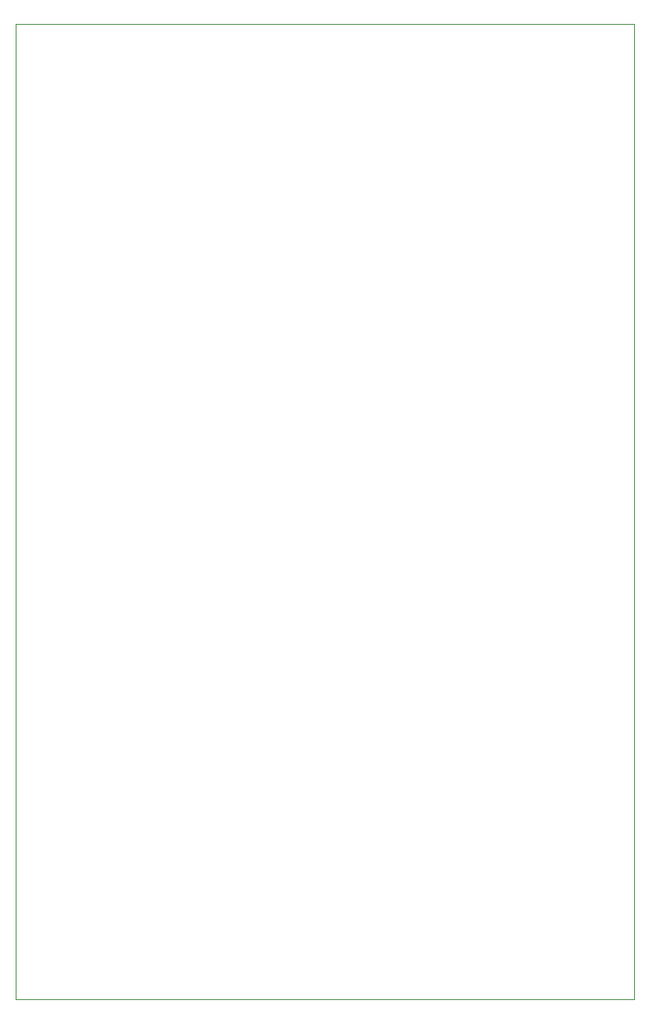
<source format=gtp>
G75*
%MOIN*%
%OFA0B0*%
%FSLAX25Y25*%
%IPPOS*%
%LPD*%
%AMOC8*
5,1,8,0,0,1.08239X$1,22.5*
%
%ADD10C,0.00000*%
D10*
X0001000Y0002650D02*
X0001000Y0396351D01*
X0250921Y0396351D01*
X0250921Y0002650D01*
X0001000Y0002650D01*
M02*

</source>
